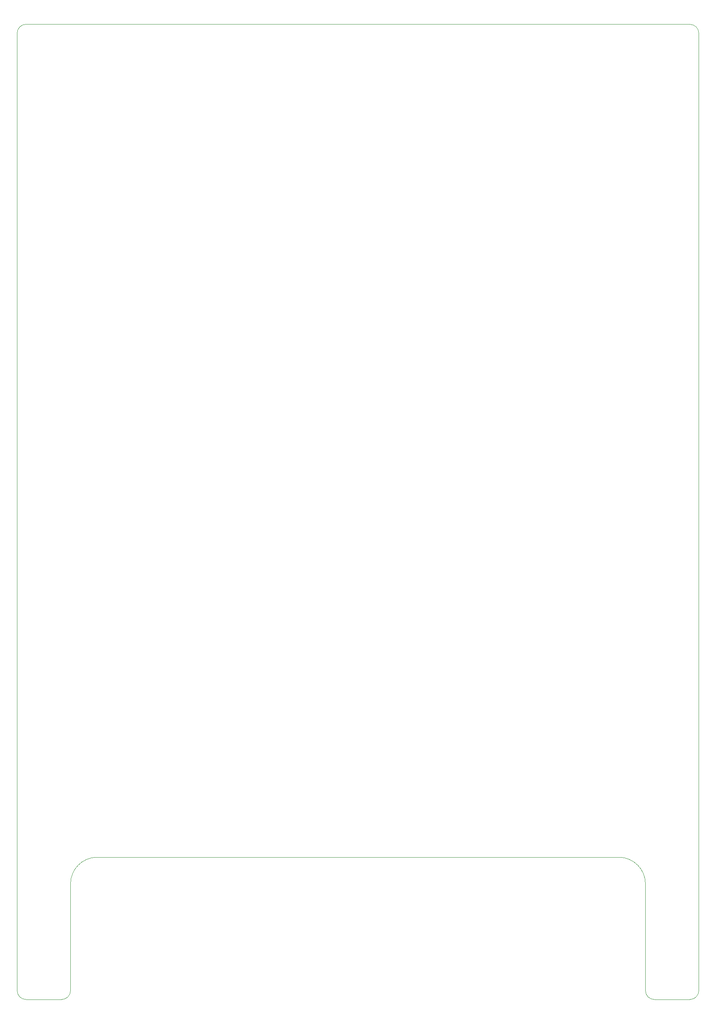
<source format=gm1>
G04 #@! TF.GenerationSoftware,KiCad,Pcbnew,5.1.5-52549c5~84~ubuntu19.04.1*
G04 #@! TF.CreationDate,2020-03-18T00:43:25+01:00*
G04 #@! TF.ProjectId,masterthesis-hardware,6d617374-6572-4746-9865-7369732d6861,v1.0*
G04 #@! TF.SameCoordinates,Original*
G04 #@! TF.FileFunction,Profile,NP*
%FSLAX46Y46*%
G04 Gerber Fmt 4.6, Leading zero omitted, Abs format (unit mm)*
G04 Created by KiCad (PCBNEW 5.1.5-52549c5~84~ubuntu19.04.1) date 2020-03-18 00:43:25*
%MOMM*%
%LPD*%
G04 APERTURE LIST*
%ADD10C,0.050000*%
G04 APERTURE END LIST*
D10*
X48260000Y-211455000D02*
G75*
G02X53975000Y-205740000I5715000J0D01*
G01*
X165735000Y-205740000D02*
G75*
G02X171450000Y-211455000I0J-5715000D01*
G01*
X173355000Y-236220000D02*
X180975000Y-236220000D01*
X38735000Y-236220000D02*
X46355000Y-236220000D01*
X48260000Y-234315000D02*
G75*
G02X46355000Y-236220000I-1905000J0D01*
G01*
X48260000Y-211455000D02*
X48260000Y-234315000D01*
X171450000Y-211455000D02*
X171450000Y-234315000D01*
X173355000Y-236220000D02*
G75*
G02X171450000Y-234315000I0J1905000D01*
G01*
X165735000Y-205740000D02*
X53975000Y-205740000D01*
X36830000Y-29210000D02*
G75*
G02X38735000Y-27305000I1905000J0D01*
G01*
X180975000Y-27305000D02*
G75*
G02X182880000Y-29210000I0J-1905000D01*
G01*
X182880000Y-234315000D02*
G75*
G02X180975000Y-236220000I-1905000J0D01*
G01*
X38735000Y-236220000D02*
G75*
G02X36830000Y-234315000I0J1905000D01*
G01*
X36830000Y-234315000D02*
X36830000Y-29210000D01*
X182880000Y-29210000D02*
X182880000Y-234315000D01*
X38735000Y-27305000D02*
X180975000Y-27305000D01*
M02*

</source>
